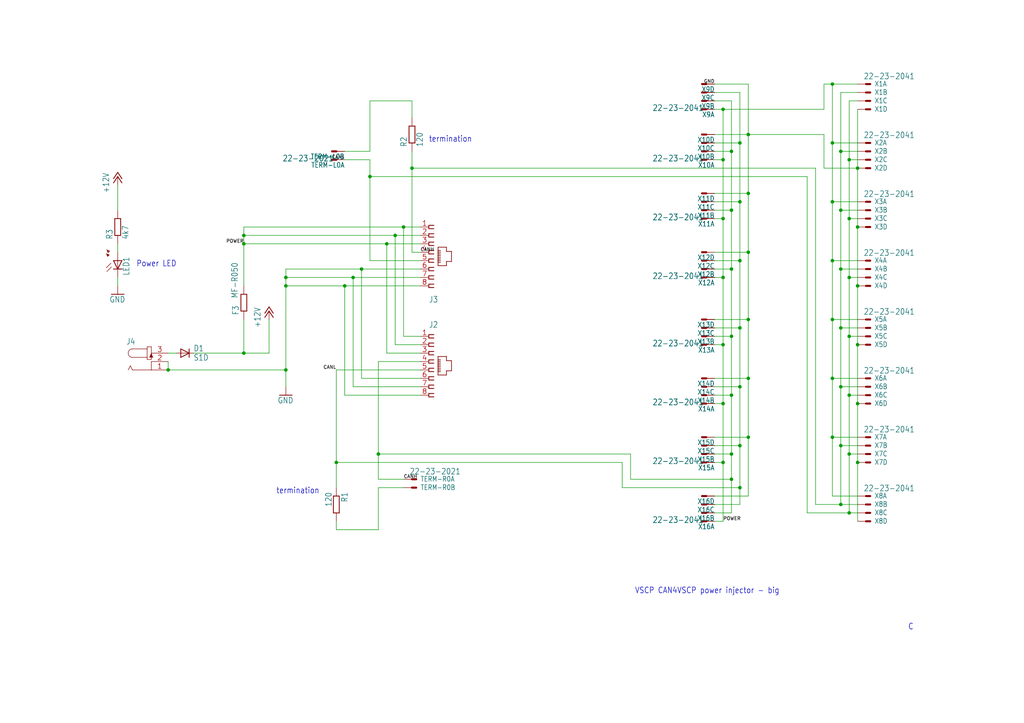
<source format=kicad_sch>
(kicad_sch (version 20250114) (generator "eeschema") (generator_version "9.0")
  (paper "User" 309.347 218.491)
  (lib_symbols
    (symbol "power_injector_rev_c-eagle-import:+12V" (power)
      (symbol "+12V_1_0"
        (polyline (pts (xy 0 1.27) (xy -1.27 -0.635)) (stroke (width 0.254)))
        (polyline (pts (xy 0 0) (xy -1.27 -1.905)) (stroke (width 0.254)))
        (polyline (pts (xy 1.27 -0.635) (xy 0 1.27)) (stroke (width 0.254)))
        (polyline (pts (xy 1.27 -1.905) (xy 0 0)) (stroke (width 0.254)))
        (pin power_in line (at 0 -2.54 90) (length 2.54) (name "+12V") (number "1"))
      )
    )
    (symbol "power_injector_rev_c-eagle-import:22-23-2021"
      (property "Reference" "X" (at 2.54 -0.762 0))
      (symbol "22-23-2021_1_0"
        (polyline (pts (xy 1.27 0) (xy 0 0)) (stroke (width 0.6096)))
        (pin passive line (at -2.54 0 0) (length 2.54) (name "S") (number "1"))
      )
      (symbol "22-23-2021_2_0"
        (polyline (pts (xy 1.27 0) (xy 0 0)) (stroke (width 0.6096)))
        (pin passive line (at -2.54 0 0) (length 2.54) (name "S") (number "2"))
      )
    )
    (symbol "power_injector_rev_c-eagle-import:22-23-2041"
      (property "Reference" "X" (at 2.54 -0.762 0))
      (symbol "22-23-2041_1_0"
        (polyline (pts (xy 1.27 0) (xy 0 0)) (stroke (width 0.6096)))
        (pin passive line (at -2.54 0 0) (length 2.54) (name "S") (number "1"))
      )
      (symbol "22-23-2041_2_0"
        (polyline (pts (xy 1.27 0) (xy 0 0)) (stroke (width 0.6096)))
        (pin passive line (at -2.54 0 0) (length 2.54) (name "S") (number "2"))
      )
      (symbol "22-23-2041_3_0"
        (polyline (pts (xy 1.27 0) (xy 0 0)) (stroke (width 0.6096)))
        (pin passive line (at -2.54 0 0) (length 2.54) (name "S") (number "3"))
      )
      (symbol "22-23-2041_4_0"
        (polyline (pts (xy 1.27 0) (xy 0 0)) (stroke (width 0.6096)))
        (pin passive line (at -2.54 0 0) (length 2.54) (name "S") (number "4"))
      )
    )
    (symbol "power_injector_rev_c-eagle-import:A00-108-220-450"
      (symbol "A00-108-220-450_1_0"
        (polyline (pts (xy 2.54 8.128) (xy 2.54 7.112)) (stroke (width 0.254)))
        (polyline (pts (xy 2.54 7.112) (xy 4.064 7.112)) (stroke (width 0.254)))
        (polyline (pts (xy 2.54 5.588) (xy 2.54 4.572)) (stroke (width 0.254)))
        (polyline (pts (xy 2.54 4.572) (xy 4.064 4.572)) (stroke (width 0.254)))
        (polyline (pts (xy 2.54 3.048) (xy 2.54 2.032)) (stroke (width 0.254)))
        (polyline (pts (xy 2.54 2.032) (xy 4.064 2.032)) (stroke (width 0.254)))
        (polyline (pts (xy 2.54 0.508) (xy 2.54 -0.508)) (stroke (width 0.254)))
        (polyline (pts (xy 2.54 -0.508) (xy 4.064 -0.508)) (stroke (width 0.254)))
        (polyline (pts (xy 2.54 -2.032) (xy 2.54 -3.048)) (stroke (width 0.254)))
        (polyline (pts (xy 2.54 -3.048) (xy 4.064 -3.048)) (stroke (width 0.254)))
        (polyline (pts (xy 2.54 -4.572) (xy 2.54 -5.588)) (stroke (width 0.254)))
        (polyline (pts (xy 2.54 -5.588) (xy 4.064 -5.588)) (stroke (width 0.254)))
        (polyline (pts (xy 2.54 -7.112) (xy 2.54 -8.128)) (stroke (width 0.254)))
        (polyline (pts (xy 2.54 -8.128) (xy 4.064 -8.128)) (stroke (width 0.254)))
        (polyline (pts (xy 2.54 -9.652) (xy 2.54 -10.668)) (stroke (width 0.254)))
        (polyline (pts (xy 2.54 -10.668) (xy 4.064 -10.668)) (stroke (width 0.254)))
        (polyline (pts (xy 4.064 8.128) (xy 2.54 8.128)) (stroke (width 0.254)))
        (polyline (pts (xy 4.064 5.588) (xy 2.54 5.588)) (stroke (width 0.254)))
        (polyline (pts (xy 4.064 3.048) (xy 2.54 3.048)) (stroke (width 0.254)))
        (polyline (pts (xy 4.064 0.508) (xy 2.54 0.508)) (stroke (width 0.254)))
        (polyline (pts (xy 4.064 -2.032) (xy 2.54 -2.032)) (stroke (width 0.254)))
        (polyline (pts (xy 4.064 -4.572) (xy 2.54 -4.572)) (stroke (width 0.254)))
        (polyline (pts (xy 4.064 -7.112) (xy 2.54 -7.112)) (stroke (width 0.254)))
        (polyline (pts (xy 4.064 -9.652) (xy 2.54 -9.652)) (stroke (width 0.254)))
        (polyline (pts (xy 5.334 1.524) (xy 5.334 0.508)) (stroke (width 0.1998)))
        (polyline (pts (xy 5.334 0.508) (xy 5.334 0)) (stroke (width 0.1998)))
        (polyline (pts (xy 5.334 0.508) (xy 6.096 0.508)) (stroke (width 0.1998)))
        (polyline (pts (xy 5.334 0) (xy 5.334 -0.508)) (stroke (width 0.1998)))
        (polyline (pts (xy 5.334 0) (xy 6.096 0)) (stroke (width 0.1998)))
        (polyline (pts (xy 5.334 -0.508) (xy 5.334 -1.016)) (stroke (width 0.1998)))
        (polyline (pts (xy 5.334 -0.508) (xy 6.096 -0.508)) (stroke (width 0.1998)))
        (polyline (pts (xy 5.334 -1.016) (xy 5.334 -1.524)) (stroke (width 0.1998)))
        (polyline (pts (xy 5.334 -1.016) (xy 6.096 -1.016)) (stroke (width 0.1998)))
        (polyline (pts (xy 5.334 -1.524) (xy 5.334 -2.032)) (stroke (width 0.1998)))
        (polyline (pts (xy 5.334 -1.524) (xy 6.096 -1.524)) (stroke (width 0.1998)))
        (polyline (pts (xy 5.334 -2.032) (xy 5.334 -2.54)) (stroke (width 0.1998)))
        (polyline (pts (xy 5.334 -2.032) (xy 6.096 -2.032)) (stroke (width 0.1998)))
        (polyline (pts (xy 5.334 -2.54) (xy 5.334 -3.048)) (stroke (width 0.1998)))
        (polyline (pts (xy 5.334 -2.54) (xy 6.096 -2.54)) (stroke (width 0.1998)))
        (polyline (pts (xy 5.334 -3.048) (xy 5.334 -4.064)) (stroke (width 0.1998)))
        (polyline (pts (xy 5.334 -3.048) (xy 6.096 -3.048)) (stroke (width 0.1998)))
        (polyline (pts (xy 5.334 -4.064) (xy 7.874 -4.064)) (stroke (width 0.1998)))
        (polyline (pts (xy 7.874 1.524) (xy 5.334 1.524)) (stroke (width 0.1998)))
        (polyline (pts (xy 7.874 0.254) (xy 7.874 1.524)) (stroke (width 0.1998)))
        (polyline (pts (xy 7.874 -2.794) (xy 9.398 -2.794)) (stroke (width 0.1998)))
        (polyline (pts (xy 7.874 -4.064) (xy 7.874 -2.794)) (stroke (width 0.1998)))
        (polyline (pts (xy 9.398 0.254) (xy 7.874 0.254)) (stroke (width 0.1998)))
        (polyline (pts (xy 9.398 -2.794) (xy 9.398 0.254)) (stroke (width 0.1998)))
        (pin passive line (at 0 7.62 0) (length 2.54) (name "1") (number "1"))
        (pin passive line (at 0 5.08 0) (length 2.54) (name "2") (number "2"))
        (pin passive line (at 0 2.54 0) (length 2.54) (name "3") (number "3"))
        (pin passive line (at 0 0 0) (length 2.54) (name "4") (number "4"))
        (pin passive line (at 0 -2.54 0) (length 2.54) (name "5") (number "5"))
        (pin passive line (at 0 -5.08 0) (length 2.54) (name "6") (number "6"))
        (pin passive line (at 0 -7.62 0) (length 2.54) (name "7") (number "7"))
        (pin passive line (at 0 -10.16 0) (length 2.54) (name "8") (number "8"))
      )
    )
    (symbol "power_injector_rev_c-eagle-import:DIODE-SMB"
      (property "Reference" "D" (at 2.54 0.4826 0))
      (symbol "DIODE-SMB_1_0"
        (polyline (pts (xy -1.27 1.27) (xy -1.27 -1.27)) (stroke (width 0.254)))
        (polyline (pts (xy -1.27 -1.27) (xy 1.27 0)) (stroke (width 0.254)))
        (polyline (pts (xy 1.27 1.27) (xy 1.27 0)) (stroke (width 0.254)))
        (polyline (pts (xy 1.27 0) (xy -1.27 1.27)) (stroke (width 0.254)))
        (polyline (pts (xy 1.27 0) (xy 1.27 -1.27)) (stroke (width 0.254)))
        (pin passive line (at -2.54 0 0) (length 2.54) (name "A") (number "A"))
        (pin passive line (at 2.54 0 180) (length 2.54) (name "C") (number "C"))
      )
    )
    (symbol "power_injector_rev_c-eagle-import:GND" (power)
      (symbol "GND_1_0"
        (polyline (pts (xy -1.905 0) (xy 1.905 0)) (stroke (width 0.254)))
        (pin power_in line (at 0 2.54 270) (length 2.54) (name "GND") (number "1"))
      )
    )
    (symbol "power_injector_rev_c-eagle-import:JACK-PLUG0"
      (property "Reference" "J" (at -7.62 5.08 0))
      (symbol "JACK-PLUG0_1_0"
        (polyline (pts (xy -6.35 -1.27) (xy -6.985 -2.54)) (stroke (width 0.1524)))
        (polyline (pts (xy -5.715 3.81) (xy -1.27 3.81)) (stroke (width 0.1524)))
        (arc (start -5.715 1.27) (mid -6.985 2.54) (end -5.715 3.81) (stroke (width 0.1524)))
        (polyline (pts (xy -5.715 -2.54) (xy -6.35 -1.27)) (stroke (width 0.1524)))
        (polyline (pts (xy -1.27 4.445) (xy -1.27 3.81)) (stroke (width 0.1524)))
        (polyline (pts (xy -1.27 3.81) (xy -1.27 1.27)) (stroke (width 0.1524)))
        (polyline (pts (xy -1.27 1.27) (xy -5.715 1.27)) (stroke (width 0.1524)))
        (polyline (pts (xy -1.27 1.27) (xy -1.27 0.635)) (stroke (width 0.1524)))
        (polyline (pts (xy -1.27 0.635) (xy 0 0.635)) (stroke (width 0.1524)))
        (polyline (pts (xy 0 4.445) (xy -1.27 4.445)) (stroke (width 0.1524)))
        (polyline (pts (xy 0 2.54) (xy -0.508 1.27) (xy 0.508 1.27)) (stroke (width 0.1524)) (fill (type outline)))
        (polyline (pts (xy 0 0.635) (xy 0 4.445)) (stroke (width 0.1524)))
        (polyline (pts (xy 0 0) (xy 0 -2.54)) (stroke (width 0.1524)))
        (polyline (pts (xy 0 -2.54) (xy -5.715 -2.54)) (stroke (width 0.1524)))
        (pin passive line (at 5.08 2.54 180) (length 5.08) (name "3") (number "3"))
        (pin passive line (at 5.08 0 180) (length 5.08) (name "2") (number "2"))
        (pin passive line (at 5.08 -2.54 180) (length 5.08) (name "1") (number "1"))
      )
    )
    (symbol "power_injector_rev_c-eagle-import:LEDCHIP-LED0805"
      (property "Reference" "LED" (at 3.556 -4.572 90))
      (symbol "LEDCHIP-LED0805_1_0"
        (polyline (pts (xy -3.429 2.159) (xy -3.048 1.27) (xy -2.54 1.778)) (stroke (width 0.1524)) (fill (type outline)))
        (polyline (pts (xy -3.302 3.302) (xy -2.921 2.413) (xy -2.413 2.921)) (stroke (width 0.1524)) (fill (type outline)))
        (polyline (pts (xy -2.032 -0.762) (xy -3.429 -2.159)) (stroke (width 0.1524)))
        (polyline (pts (xy -1.905 -1.905) (xy -3.302 -3.302)) (stroke (width 0.1524)))
        (polyline (pts (xy 0 0) (xy -1.27 0)) (stroke (width 0.254)))
        (polyline (pts (xy 0 0) (xy 0 -2.54)) (stroke (width 0.1524)))
        (polyline (pts (xy 0 -2.54) (xy -1.27 0)) (stroke (width 0.254)))
        (polyline (pts (xy 0 -2.54) (xy -1.27 -2.54)) (stroke (width 0.254)))
        (polyline (pts (xy 1.27 0) (xy 0 0)) (stroke (width 0.254)))
        (polyline (pts (xy 1.27 0) (xy 0 -2.54)) (stroke (width 0.254)))
        (polyline (pts (xy 1.27 -2.54) (xy 0 -2.54)) (stroke (width 0.254)))
        (pin passive line (at 0 2.54 270) (length 2.54) (name "A") (number "A"))
        (pin passive line (at 0 -5.08 90) (length 2.54) (name "C") (number "C"))
      )
    )
    (symbol "power_injector_rev_c-eagle-import:R-EU_0204/5"
      (property "Reference" "R" (at -3.81 1.4986 0))
      (symbol "R-EU_0204/5_1_0"
        (polyline (pts (xy -2.54 -0.889) (xy -2.54 0.889)) (stroke (width 0.254)))
        (polyline (pts (xy -2.54 -0.889) (xy 2.54 -0.889)) (stroke (width 0.254)))
        (polyline (pts (xy 2.54 0.889) (xy -2.54 0.889)) (stroke (width 0.254)))
        (polyline (pts (xy 2.54 -0.889) (xy 2.54 0.889)) (stroke (width 0.254)))
        (pin passive line (at -5.08 0 0) (length 2.54) (name "1") (number "1"))
        (pin passive line (at 5.08 0 180) (length 2.54) (name "2") (number "2"))
      )
    )
    (symbol "power_injector_rev_c-eagle-import:R-EU_R0805"
      (property "Reference" "R" (at -3.81 1.4986 0))
      (symbol "R-EU_R0805_1_0"
        (polyline (pts (xy -2.54 -0.889) (xy -2.54 0.889)) (stroke (width 0.254)))
        (polyline (pts (xy -2.54 -0.889) (xy 2.54 -0.889)) (stroke (width 0.254)))
        (polyline (pts (xy 2.54 0.889) (xy -2.54 0.889)) (stroke (width 0.254)))
        (polyline (pts (xy 2.54 -0.889) (xy 2.54 0.889)) (stroke (width 0.254)))
        (pin passive line (at -5.08 0 0) (length 2.54) (name "1") (number "1"))
        (pin passive line (at 5.08 0 180) (length 2.54) (name "2") (number "2"))
      )
    )
  )
  (text "termination" (at 96.52 147.32 0) (effects (font (size 1.778 1.5113)) (justify right top)))
  (text "termination" (at 129.54 43.18 0) (effects (font (size 1.778 1.5113)) (justify left bottom)))
  (text "VSCP CAN4VSCP power injector - big" (at 191.77 179.578 0) (effects (font (size 1.778 1.5113)) (justify left bottom)))
  (text "C" (at 274.32 190.5 0) (effects (font (size 1.778 1.5113)) (justify left bottom)))
  (text "Power LED" (at 53.34 78.74 0) (effects (font (size 1.778 1.5113)) (justify right top)))
  (junction (at 223.52 134.62))
  (junction (at 220.98 45.72))
  (junction (at 218.44 121.92))
  (junction (at 73.66 73.66))
  (junction (at 251.46 60.96))
  (junction (at 220.98 101.6))
  (junction (at 218.44 139.7))
  (junction (at 101.6 139.7))
  (junction (at 259.08 68.58))
  (junction (at 251.46 25.4))
  (junction (at 223.52 78.74))
  (junction (at 220.98 63.5))
  (junction (at 220.98 81.28))
  (junction (at 226.06 58.42))
  (junction (at 50.8 111.76))
  (junction (at 251.46 78.74))
  (junction (at 256.54 83.82))
  (junction (at 254 134.62))
  (junction (at 104.14 86.36))
  (junction (at 226.06 132.08))
  (junction (at 223.52 99.06))
  (junction (at 218.44 33.02))
  (junction (at 256.54 119.38))
  (junction (at 220.98 144.78))
  (junction (at 226.06 114.3))
  (junction (at 259.08 86.36))
  (junction (at 254 63.5))
  (junction (at 259.08 50.8))
  (junction (at 254 81.28))
  (junction (at 251.46 114.3))
  (junction (at 220.98 137.16))
  (junction (at 121.92 68.58))
  (junction (at 119.38 71.12))
  (junction (at 86.36 86.36))
  (junction (at 86.36 83.82))
  (junction (at 254 152.4))
  (junction (at 114.3 137.16))
  (junction (at 254 45.72))
  (junction (at 259.08 139.7))
  (junction (at 254 116.84))
  (junction (at 106.68 83.82))
  (junction (at 251.46 132.08))
  (junction (at 73.66 106.68))
  (junction (at 256.54 48.26))
  (junction (at 226.06 96.52))
  (junction (at 256.54 66.04))
  (junction (at 259.08 121.92))
  (junction (at 226.06 40.64))
  (junction (at 86.36 111.76))
  (junction (at 251.46 96.52))
  (junction (at 220.98 119.38))
  (junction (at 256.54 101.6))
  (junction (at 218.44 48.26))
  (junction (at 223.52 43.18))
  (junction (at 223.52 60.96))
  (junction (at 109.22 81.28))
  (junction (at 218.44 104.14))
  (junction (at 256.54 137.16))
  (junction (at 73.66 71.12))
  (junction (at 218.44 66.04))
  (junction (at 223.52 147.32))
  (junction (at 223.52 116.84))
  (junction (at 256.54 154.94))
  (junction (at 124.46 50.8))
  (junction (at 251.46 43.18))
  (junction (at 259.08 104.14))
  (junction (at 111.76 53.34))
  (junction (at 116.84 73.66))
  (junction (at 226.06 76.2))
  (junction (at 218.44 83.82))
  (junction (at 254 99.06))
  (wire (pts (xy 256.54 137.16) (xy 256.54 154.94)) (stroke (width 0.1524)))
  (wire (pts (xy 259.08 50.8) (xy 259.08 33.02)) (stroke (width 0.1524)))
  (wire (pts (xy 259.08 121.92) (xy 259.08 104.14)) (stroke (width 0.1524)))
  (wire (pts (xy 254 63.5) (xy 259.08 63.5)) (stroke (width 0.1524)))
  (wire (pts (xy 226.06 149.86) (xy 215.9 149.86)) (stroke (width 0.1524)))
  (wire (pts (xy 259.08 157.48) (xy 259.08 139.7)) (stroke (width 0.1524)))
  (wire (pts (xy 215.9 43.18) (xy 223.52 43.18)) (stroke (width 0.1524)))
  (wire (pts (xy 218.44 33.02) (xy 215.9 33.02)) (stroke (width 0.1524)))
  (wire (pts (xy 86.36 81.28) (xy 109.22 81.28)) (stroke (width 0.1524)))
  (wire (pts (xy 246.38 50.8) (xy 246.38 152.4)) (stroke (width 0.1524)))
  (wire (pts (xy 251.46 78.74) (xy 251.46 96.52)) (stroke (width 0.1524)))
  (wire (pts (xy 104.14 45.72) (xy 111.76 45.72)) (stroke (width 0.1524)))
  (wire (pts (xy 254 27.94) (xy 259.08 27.94)) (stroke (width 0.1524)))
  (wire (pts (xy 218.44 157.48) (xy 215.9 157.48)) (stroke (width 0.1524)))
  (wire (pts (xy 215.9 30.48) (xy 220.98 30.48)) (stroke (width 0.1524)))
  (wire (pts (xy 101.6 157.48) (xy 101.6 160.02)) (stroke (width 0.1524)))
  (wire (pts (xy 121.92 147.32) (xy 114.3 147.32)) (stroke (width 0.1524)))
  (wire (pts (xy 259.08 139.7) (xy 259.08 121.92)) (stroke (width 0.1524)))
  (wire (pts (xy 187.96 139.7) (xy 187.96 147.32)) (stroke (width 0.1524)))
  (wire (pts (xy 226.06 76.2) (xy 226.06 96.52)) (stroke (width 0.1524)))
  (wire (pts (xy 35.56 83.82) (xy 35.56 86.36)) (stroke (width 0.1524)))
  (wire (pts (xy 220.98 63.5) (xy 220.98 81.28)) (stroke (width 0.1524)))
  (wire (pts (xy 215.9 45.72) (xy 220.98 45.72)) (stroke (width 0.1524)))
  (wire (pts (xy 124.46 30.48) (xy 111.76 30.48)) (stroke (width 0.1524)))
  (wire (pts (xy 124.46 50.8) (xy 246.38 50.8)) (stroke (width 0.1524)))
  (wire (pts (xy 215.9 101.6) (xy 220.98 101.6)) (stroke (width 0.1524)))
  (wire (pts (xy 251.46 60.96) (xy 251.46 78.74)) (stroke (width 0.1524)))
  (wire (pts (xy 215.9 27.94) (xy 223.52 27.94)) (stroke (width 0.1524)))
  (wire (pts (xy 190.5 144.78) (xy 220.98 144.78)) (stroke (width 0.1524)))
  (wire (pts (xy 246.38 152.4) (xy 254 152.4)) (stroke (width 0.1524)))
  (wire (pts (xy 127 76.2) (xy 124.46 76.2)) (stroke (width 0.1524)))
  (wire (pts (xy 248.92 25.4) (xy 251.46 25.4)) (stroke (width 0.1524)))
  (wire (pts (xy 226.06 96.52) (xy 226.06 114.3)) (stroke (width 0.1524)))
  (wire (pts (xy 218.44 121.92) (xy 218.44 104.14)) (stroke (width 0.1524)))
  (wire (pts (xy 251.46 96.52) (xy 259.08 96.52)) (stroke (width 0.1524)))
  (wire (pts (xy 226.06 40.64) (xy 226.06 58.42)) (stroke (width 0.1524)))
  (wire (pts (xy 73.66 68.58) (xy 121.92 68.58)) (stroke (width 0.1524)))
  (wire (pts (xy 124.46 45.72) (xy 124.46 50.8)) (stroke (width 0.1524)))
  (wire (pts (xy 119.38 71.12) (xy 127 71.12)) (stroke (width 0.1524)))
  (wire (pts (xy 223.52 60.96) (xy 223.52 78.74)) (stroke (width 0.1524)))
  (wire (pts (xy 254 45.72) (xy 254 27.94)) (stroke (width 0.1524)))
  (wire (pts (xy 119.38 71.12) (xy 119.38 104.14)) (stroke (width 0.1524)))
  (wire (pts (xy 223.52 27.94) (xy 223.52 43.18)) (stroke (width 0.1524)))
  (wire (pts (xy 251.46 43.18) (xy 259.08 43.18)) (stroke (width 0.1524)))
  (wire (pts (xy 218.44 48.26) (xy 218.44 33.02)) (stroke (width 0.1524)))
  (wire (pts (xy 215.9 134.62) (xy 223.52 134.62)) (stroke (width 0.1524)))
  (wire (pts (xy 73.66 71.12) (xy 73.66 68.58)) (stroke (width 0.1524)))
  (wire (pts (xy 86.36 111.76) (xy 86.36 116.84)) (stroke (width 0.1524)))
  (wire (pts (xy 226.06 132.08) (xy 226.06 149.86)) (stroke (width 0.1524)))
  (wire (pts (xy 35.56 76.2) (xy 35.56 73.66)) (stroke (width 0.1524)))
  (wire (pts (xy 251.46 149.86) (xy 259.08 149.86)) (stroke (width 0.1524)))
  (wire (pts (xy 251.46 25.4) (xy 251.46 43.18)) (stroke (width 0.1524)))
  (wire (pts (xy 254 134.62) (xy 259.08 134.62)) (stroke (width 0.1524)))
  (wire (pts (xy 226.06 25.4) (xy 226.06 40.64)) (stroke (width 0.1524)))
  (wire (pts (xy 254 45.72) (xy 259.08 45.72)) (stroke (width 0.1524)))
  (wire (pts (xy 215.9 99.06) (xy 223.52 99.06)) (stroke (width 0.1524)))
  (wire (pts (xy 101.6 160.02) (xy 114.3 160.02)) (stroke (width 0.1524)))
  (wire (pts (xy 50.8 106.68) (xy 53.34 106.68)) (stroke (width 0.1524)))
  (wire (pts (xy 223.52 152.4) (xy 215.9 152.4)) (stroke (width 0.1524)))
  (wire (pts (xy 220.98 154.94) (xy 215.9 154.94)) (stroke (width 0.1524)))
  (wire (pts (xy 215.9 78.74) (xy 223.52 78.74)) (stroke (width 0.1524)))
  (wire (pts (xy 104.14 86.36) (xy 104.14 119.38)) (stroke (width 0.1524)))
  (wire (pts (xy 248.92 50.8) (xy 259.08 50.8)) (stroke (width 0.1524)))
  (wire (pts (xy 226.06 40.64) (xy 248.92 40.64)) (stroke (width 0.1524)))
  (wire (pts (xy 215.9 132.08) (xy 226.06 132.08)) (stroke (width 0.1524)))
  (wire (pts (xy 116.84 73.66) (xy 116.84 106.68)) (stroke (width 0.1524)))
  (wire (pts (xy 215.9 58.42) (xy 226.06 58.42)) (stroke (width 0.1524)))
  (wire (pts (xy 259.08 104.14) (xy 259.08 86.36)) (stroke (width 0.1524)))
  (wire (pts (xy 254 99.06) (xy 254 81.28)) (stroke (width 0.1524)))
  (wire (pts (xy 256.54 119.38) (xy 256.54 137.16)) (stroke (width 0.1524)))
  (wire (pts (xy 256.54 83.82) (xy 256.54 101.6)) (stroke (width 0.1524)))
  (wire (pts (xy 254 63.5) (xy 254 45.72)) (stroke (width 0.1524)))
  (wire (pts (xy 114.3 109.22) (xy 127 109.22)) (stroke (width 0.1524)))
  (wire (pts (xy 127 78.74) (xy 111.76 78.74)) (stroke (width 0.1524)))
  (wire (pts (xy 226.06 114.3) (xy 226.06 132.08)) (stroke (width 0.1524)))
  (wire (pts (xy 215.9 48.26) (xy 218.44 48.26)) (stroke (width 0.1524)))
  (wire (pts (xy 223.52 134.62) (xy 223.52 147.32)) (stroke (width 0.1524)))
  (wire (pts (xy 218.44 139.7) (xy 218.44 121.92)) (stroke (width 0.1524)))
  (wire (pts (xy 223.52 43.18) (xy 223.52 60.96)) (stroke (width 0.1524)))
  (wire (pts (xy 254 99.06) (xy 259.08 99.06)) (stroke (width 0.1524)))
  (wire (pts (xy 251.46 43.18) (xy 251.46 60.96)) (stroke (width 0.1524)))
  (wire (pts (xy 254 134.62) (xy 254 116.84)) (stroke (width 0.1524)))
  (wire (pts (xy 218.44 83.82) (xy 218.44 66.04)) (stroke (width 0.1524)))
  (wire (pts (xy 101.6 111.76) (xy 127 111.76)) (stroke (width 0.1524)))
  (wire (pts (xy 114.3 147.32) (xy 114.3 160.02)) (stroke (width 0.1524)))
  (wire (pts (xy 111.76 78.74) (xy 111.76 53.34)) (stroke (width 0.1524)))
  (wire (pts (xy 259.08 152.4) (xy 254 152.4)) (stroke (width 0.1524)))
  (wire (pts (xy 215.9 76.2) (xy 226.06 76.2)) (stroke (width 0.1524)))
  (wire (pts (xy 101.6 147.32) (xy 101.6 139.7)) (stroke (width 0.1524)))
  (wire (pts (xy 121.92 68.58) (xy 127 68.58)) (stroke (width 0.1524)))
  (wire (pts (xy 256.54 154.94) (xy 259.08 154.94)) (stroke (width 0.1524)))
  (wire (pts (xy 73.66 71.12) (xy 119.38 71.12)) (stroke (width 0.1524)))
  (wire (pts (xy 215.9 114.3) (xy 226.06 114.3)) (stroke (width 0.1524)))
  (wire (pts (xy 248.92 40.64) (xy 248.92 50.8)) (stroke (width 0.1524)))
  (wire (pts (xy 127 101.6) (xy 121.92 101.6)) (stroke (width 0.1524)))
  (wire (pts (xy 256.54 48.26) (xy 256.54 66.04)) (stroke (width 0.1524)))
  (wire (pts (xy 254 116.84) (xy 259.08 116.84)) (stroke (width 0.1524)))
  (wire (pts (xy 215.9 81.28) (xy 220.98 81.28)) (stroke (width 0.1524)))
  (wire (pts (xy 251.46 114.3) (xy 251.46 132.08)) (stroke (width 0.1524)))
  (wire (pts (xy 256.54 101.6) (xy 256.54 119.38)) (stroke (width 0.1524)))
  (wire (pts (xy 251.46 78.74) (xy 259.08 78.74)) (stroke (width 0.1524)))
  (wire (pts (xy 215.9 60.96) (xy 223.52 60.96)) (stroke (width 0.1524)))
  (wire (pts (xy 248.92 33.02) (xy 248.92 25.4)) (stroke (width 0.1524)))
  (wire (pts (xy 121.92 101.6) (xy 121.92 68.58)) (stroke (width 0.1524)))
  (wire (pts (xy 215.9 137.16) (xy 220.98 137.16)) (stroke (width 0.1524)))
  (wire (pts (xy 111.76 48.26) (xy 111.76 53.34)) (stroke (width 0.1524)))
  (wire (pts (xy 187.96 147.32) (xy 223.52 147.32)) (stroke (width 0.1524)))
  (wire (pts (xy 116.84 106.68) (xy 127 106.68)) (stroke (width 0.1524)))
  (wire (pts (xy 251.46 60.96) (xy 259.08 60.96)) (stroke (width 0.1524)))
  (wire (pts (xy 251.46 132.08) (xy 259.08 132.08)) (stroke (width 0.1524)))
  (wire (pts (xy 218.44 104.14) (xy 218.44 83.82)) (stroke (width 0.1524)))
  (wire (pts (xy 223.52 147.32) (xy 223.52 152.4)) (stroke (width 0.1524)))
  (wire (pts (xy 116.84 73.66) (xy 127 73.66)) (stroke (width 0.1524)))
  (wire (pts (xy 215.9 121.92) (xy 218.44 121.92)) (stroke (width 0.1524)))
  (wire (pts (xy 104.14 119.38) (xy 127 119.38)) (stroke (width 0.1524)))
  (wire (pts (xy 223.52 99.06) (xy 223.52 116.84)) (stroke (width 0.1524)))
  (wire (pts (xy 101.6 139.7) (xy 187.96 139.7)) (stroke (width 0.1524)))
  (wire (pts (xy 226.06 58.42) (xy 226.06 76.2)) (stroke (width 0.1524)))
  (wire (pts (xy 58.42 106.68) (xy 73.66 106.68)) (stroke (width 0.1524)))
  (wire (pts (xy 215.9 40.64) (xy 226.06 40.64)) (stroke (width 0.1524)))
  (wire (pts (xy 259.08 30.48) (xy 256.54 30.48)) (stroke (width 0.1524)))
  (wire (pts (xy 104.14 48.26) (xy 111.76 48.26)) (stroke (width 0.1524)))
  (wire (pts (xy 223.52 78.74) (xy 223.52 99.06)) (stroke (width 0.1524)))
  (wire (pts (xy 254 81.28) (xy 254 63.5)) (stroke (width 0.1524)))
  (wire (pts (xy 35.56 55.88) (xy 35.56 63.5)) (stroke (width 0.1524)))
  (wire (pts (xy 215.9 63.5) (xy 220.98 63.5)) (stroke (width 0.1524)))
  (wire (pts (xy 218.44 33.02) (xy 248.92 33.02)) (stroke (width 0.1524)))
  (wire (pts (xy 220.98 30.48) (xy 220.98 45.72)) (stroke (width 0.1524)))
  (wire (pts (xy 259.08 68.58) (xy 259.08 50.8)) (stroke (width 0.1524)))
  (wire (pts (xy 119.38 104.14) (xy 127 104.14)) (stroke (width 0.1524)))
  (wire (pts (xy 86.36 86.36) (xy 104.14 86.36)) (stroke (width 0.1524)))
  (wire (pts (xy 81.28 106.68) (xy 81.28 96.52)) (stroke (width 0.1524)))
  (wire (pts (xy 121.92 144.78) (xy 114.3 144.78)) (stroke (width 0.1524)))
  (wire (pts (xy 73.66 96.52) (xy 73.66 106.68)) (stroke (width 0.1524)))
  (wire (pts (xy 106.68 83.82) (xy 106.68 116.84)) (stroke (width 0.1524)))
  (wire (pts (xy 73.66 86.36) (xy 73.66 73.66)) (stroke (width 0.1524)))
  (wire (pts (xy 109.22 81.28) (xy 109.22 114.3)) (stroke (width 0.1524)))
  (wire (pts (xy 114.3 144.78) (xy 114.3 137.16)) (stroke (width 0.1524)))
  (wire (pts (xy 243.84 154.94) (xy 243.84 53.34)) (stroke (width 0.1524)))
  (wire (pts (xy 259.08 25.4) (xy 251.46 25.4)) (stroke (width 0.1524)))
  (wire (pts (xy 254 116.84) (xy 254 99.06)) (stroke (width 0.1524)))
  (wire (pts (xy 251.46 96.52) (xy 251.46 114.3)) (stroke (width 0.1524)))
  (wire (pts (xy 256.54 83.82) (xy 259.08 83.82)) (stroke (width 0.1524)))
  (wire (pts (xy 251.46 114.3) (xy 259.08 114.3)) (stroke (width 0.1524)))
  (wire (pts (xy 220.98 137.16) (xy 220.98 144.78)) (stroke (width 0.1524)))
  (wire (pts (xy 218.44 157.48) (xy 218.44 139.7)) (stroke (width 0.1524)))
  (wire (pts (xy 220.98 45.72) (xy 220.98 63.5)) (stroke (width 0.1524)))
  (wire (pts (xy 259.08 86.36) (xy 259.08 68.58)) (stroke (width 0.1524)))
  (wire (pts (xy 73.66 73.66) (xy 116.84 73.66)) (stroke (width 0.1524)))
  (wire (pts (xy 256.54 30.48) (xy 256.54 48.26)) (stroke (width 0.1524)))
  (wire (pts (xy 109.22 114.3) (xy 127 114.3)) (stroke (width 0.1524)))
  (wire (pts (xy 86.36 86.36) (xy 86.36 83.82)) (stroke (width 0.1524)))
  (wire (pts (xy 114.3 137.16) (xy 114.3 109.22)) (stroke (width 0.1524)))
  (wire (pts (xy 215.9 96.52) (xy 226.06 96.52)) (stroke (width 0.1524)))
  (wire (pts (xy 243.84 53.34) (xy 111.76 53.34)) (stroke (width 0.1524)))
  (wire (pts (xy 256.54 48.26) (xy 259.08 48.26)) (stroke (width 0.1524)))
  (wire (pts (xy 254 152.4) (xy 254 134.62)) (stroke (width 0.1524)))
  (wire (pts (xy 86.36 83.82) (xy 106.68 83.82)) (stroke (width 0.1524)))
  (wire (pts (xy 111.76 45.72) (xy 111.76 30.48)) (stroke (width 0.1524)))
  (wire (pts (xy 109.22 81.28) (xy 127 81.28)) (stroke (width 0.1524)))
  (wire (pts (xy 215.9 83.82) (xy 218.44 83.82)) (stroke (width 0.1524)))
  (wire (pts (xy 256.54 66.04) (xy 259.08 66.04)) (stroke (width 0.1524)))
  (wire (pts (xy 256.54 154.94) (xy 243.84 154.94)) (stroke (width 0.1524)))
  (wire (pts (xy 73.66 106.68) (xy 81.28 106.68)) (stroke (width 0.1524)))
  (wire (pts (xy 190.5 137.16) (xy 190.5 144.78)) (stroke (width 0.1524)))
  (wire (pts (xy 256.54 101.6) (xy 259.08 101.6)) (stroke (width 0.1524)))
  (wire (pts (xy 215.9 25.4) (xy 226.06 25.4)) (stroke (width 0.1524)))
  (wire (pts (xy 256.54 137.16) (xy 259.08 137.16)) (stroke (width 0.1524)))
  (wire (pts (xy 215.9 66.04) (xy 218.44 66.04)) (stroke (width 0.1524)))
  (wire (pts (xy 251.46 132.08) (xy 251.46 149.86)) (stroke (width 0.1524)))
  (wire (pts (xy 220.98 81.28) (xy 220.98 101.6)) (stroke (width 0.1524)))
  (wire (pts (xy 254 81.28) (xy 259.08 81.28)) (stroke (width 0.1524)))
  (wire (pts (xy 218.44 66.04) (xy 218.44 48.26)) (stroke (width 0.1524)))
  (wire (pts (xy 220.98 144.78) (xy 220.98 154.94)) (stroke (width 0.1524)))
  (wire (pts (xy 86.36 111.76) (xy 86.36 86.36)) (stroke (width 0.1524)))
  (wire (pts (xy 220.98 101.6) (xy 220.98 119.38)) (stroke (width 0.1524)))
  (wire (pts (xy 124.46 50.8) (xy 124.46 76.2)) (stroke (width 0.1524)))
  (wire (pts (xy 114.3 137.16) (xy 190.5 137.16)) (stroke (width 0.1524)))
  (wire (pts (xy 256.54 119.38) (xy 259.08 119.38)) (stroke (width 0.1524)))
  (wire (pts (xy 220.98 119.38) (xy 220.98 137.16)) (stroke (width 0.1524)))
  (wire (pts (xy 215.9 116.84) (xy 223.52 116.84)) (stroke (width 0.1524)))
  (wire (pts (xy 106.68 83.82) (xy 127 83.82)) (stroke (width 0.1524)))
  (wire (pts (xy 50.8 111.76) (xy 86.36 111.76)) (stroke (width 0.1524)))
  (wire (pts (xy 73.66 73.66) (xy 73.66 71.12)) (stroke (width 0.1524)))
  (wire (pts (xy 104.14 86.36) (xy 127 86.36)) (stroke (width 0.1524)))
  (wire (pts (xy 101.6 139.7) (xy 101.6 111.76)) (stroke (width 0.1524)))
  (wire (pts (xy 215.9 139.7) (xy 218.44 139.7)) (stroke (width 0.1524)))
  (wire (pts (xy 215.9 104.14) (xy 218.44 104.14)) (stroke (width 0.1524)))
  (wire (pts (xy 124.46 35.56) (xy 124.46 30.48)) (stroke (width 0.1524)))
  (wire (pts (xy 215.9 119.38) (xy 220.98 119.38)) (stroke (width 0.1524)))
  (wire (pts (xy 50.8 109.22) (xy 50.8 111.76)) (stroke (width 0.1524)))
  (wire (pts (xy 106.68 116.84) (xy 127 116.84)) (stroke (width 0.1524)))
  (wire (pts (xy 86.36 83.82) (xy 86.36 81.28)) (stroke (width 0.1524)))
  (wire (pts (xy 223.52 116.84) (xy 223.52 134.62)) (stroke (width 0.1524)))
  (wire (pts (xy 256.54 66.04) (xy 256.54 83.82)) (stroke (width 0.1524)))
  (label "CANL" (at 104.14 48.26 180) (effects (font (size 1.016 1.016))))
  (label "CANH" (at 121.92 144.78 0) (effects (font (size 1.016 1.016))))
  (label "GND" (at 215.9 25.4 180) (effects (font (size 1.016 1.016))))
  (label "CANH" (at 127 76.2 0) (effects (font (size 1.016 1.016))))
  (label "POWER" (at 73.66 73.66 180) (effects (font (size 1.016 1.016))))
  (label "POWER" (at 218.44 157.48 0) (effects (font (size 1.016 1.016))))
  (label "CANL" (at 101.6 111.76 180) (effects (font (size 1.016 1.016))))
  (symbol (lib_id "power_injector_rev_c-eagle-import:22-23-2021") (at 101.6 45.72 180) (unit 2)
    (property "Reference" "TERM-L0" (at 104.14 46.482 0) (effects (font (size 1.524 1.2954)) (justify left bottom)))
    (property "Value" "22-23-2021" (effects (hide yes)))
    (property "Footprint" "power_injector_rev_c:22-23-2021" (effects (hide yes)))
  )
  (symbol (lib_id "power_injector_rev_c-eagle-import:22-23-2041") (at 261.62 121.92 0) (unit 4)
    (property "Reference" "X6" (at 264.16 122.682 0) (effects (font (size 1.524 1.2954)) (justify left bottom)))
    (property "Value" "22-23-2041" (effects (hide yes)))
    (property "Footprint" "power_injector_rev_c:22-23-2041" (effects (hide yes)))
  )
  (symbol (lib_id "power_injector_rev_c-eagle-import:22-23-2041") (at 213.36 40.64 180) (unit 4)
    (property "Reference" "X10" (at 215.9 41.402 0) (effects (font (size 1.524 1.2954)) (justify left bottom)))
    (property "Value" "22-23-2041" (effects (hide yes)))
    (property "Footprint" "power_injector_rev_c:22-23-2041" (effects (hide yes)))
  )
  (symbol (lib_id "power_injector_rev_c-eagle-import:22-23-2041") (at 213.36 27.94 180) (unit 3)
    (property "Reference" "X9" (at 215.9 28.702 0) (effects (font (size 1.524 1.2954)) (justify left bottom)))
    (property "Value" "22-23-2041" (effects (hide yes)))
    (property "Footprint" "power_injector_rev_c:22-23-2041" (effects (hide yes)))
  )
  (symbol (lib_id "power_injector_rev_c-eagle-import:22-23-2041") (at 261.62 50.8 0) (unit 4)
    (property "Reference" "X2" (at 264.16 51.562 0) (effects (font (size 1.524 1.2954)) (justify left bottom)))
    (property "Value" "22-23-2041" (effects (hide yes)))
    (property "Footprint" "power_injector_rev_c:22-23-2041" (effects (hide yes)))
  )
  (symbol (lib_id "power_injector_rev_c-eagle-import:22-23-2041") (at 213.36 30.48 180) (unit 2)
    (property "Reference" "X9" (at 215.9 31.242 0) (effects (font (size 1.524 1.2954)) (justify left bottom)))
    (property "Value" "22-23-2041" (effects (hide yes)))
    (property "Footprint" "power_injector_rev_c:22-23-2041" (effects (hide yes)))
  )
  (symbol (lib_id "power_injector_rev_c-eagle-import:22-23-2041") (at 261.62 63.5 0) (unit 2)
    (property "Reference" "X3" (at 264.16 64.262 0) (effects (font (size 1.524 1.2954)) (justify left bottom)))
    (property "Value" "22-23-2041" (effects (hide yes)))
    (property "Footprint" "power_injector_rev_c:22-23-2041" (effects (hide yes)))
  )
  (symbol (lib_id "power_injector_rev_c-eagle-import:22-23-2041") (at 261.62 139.7 0) (unit 4)
    (property "Reference" "X7" (at 264.16 140.462 0) (effects (font (size 1.524 1.2954)) (justify left bottom)))
    (property "Value" "22-23-2041" (effects (hide yes)))
    (property "Footprint" "power_injector_rev_c:22-23-2041" (effects (hide yes)))
  )
  (symbol (lib_id "power_injector_rev_c-eagle-import:22-23-2041") (at 213.36 101.6 180) (unit 2)
    (property "Reference" "X13" (at 215.9 102.362 0) (effects (font (size 1.524 1.2954)) (justify left bottom)))
    (property "Value" "22-23-2041" (effects (hide yes)))
    (property "Footprint" "power_injector_rev_c:22-23-2041" (effects (hide yes)))
  )
  (symbol (lib_id "power_injector_rev_c-eagle-import:22-23-2041") (at 261.62 43.18 0) (unit 1)
    (property "Reference" "X2" (at 264.16 43.942 0) (effects (font (size 1.524 1.2954)) (justify left bottom)))
    (property "Value" "22-23-2041" (at 260.858 41.783 0) (effects (font (size 1.778 1.5113)) (justify left bottom)))
    (property "Footprint" "power_injector_rev_c:22-23-2041" (effects (hide yes)))
  )
  (symbol (lib_id "power_injector_rev_c-eagle-import:22-23-2041") (at 261.62 101.6 0) (unit 3)
    (property "Reference" "X5" (at 264.16 102.362 0) (effects (font (size 1.524 1.2954)) (justify left bottom)))
    (property "Value" "22-23-2041" (effects (hide yes)))
    (property "Footprint" "power_injector_rev_c:22-23-2041" (effects (hide yes)))
  )
  (symbol (lib_id "power_injector_rev_c-eagle-import:22-23-2041") (at 261.62 78.74 0) (unit 1)
    (property "Reference" "X4" (at 264.16 79.502 0) (effects (font (size 1.524 1.2954)) (justify left bottom)))
    (property "Value" "22-23-2041" (at 260.858 77.343 0) (effects (font (size 1.778 1.5113)) (justify left bottom)))
    (property "Footprint" "power_injector_rev_c:22-23-2041" (effects (hide yes)))
  )
  (symbol (lib_id "power_injector_rev_c-eagle-import:22-23-2041") (at 213.36 48.26 180) (unit 1)
    (property "Reference" "X10" (at 215.9 49.022 0) (effects (font (size 1.524 1.2954)) (justify left bottom)))
    (property "Value" "22-23-2041" (at 212.598 46.863 0) (effects (font (size 1.778 1.5113)) (justify left bottom)))
    (property "Footprint" "power_injector_rev_c:22-23-2041" (effects (hide yes)))
  )
  (symbol (lib_id "power_injector_rev_c-eagle-import:22-23-2041") (at 261.62 157.48 0) (unit 4)
    (property "Reference" "X8" (at 264.16 158.242 0) (effects (font (size 1.524 1.2954)) (justify left bottom)))
    (property "Value" "22-23-2041" (effects (hide yes)))
    (property "Footprint" "power_injector_rev_c:22-23-2041" (effects (hide yes)))
  )
  (symbol (lib_id "power_injector_rev_c-eagle-import:R-EU_R0805") (at 124.46 40.64 90) (unit 1)
    (property "Reference" "R2" (at 122.9614 44.45 0) (effects (font (size 1.778 1.5113)) (justify left bottom)))
    (property "Value" "120" (at 127.762 44.45 0) (effects (font (size 1.778 1.5113)) (justify left bottom)))
    (property "Footprint" "power_injector_rev_c:R0805" (effects (hide yes)))
  )
  (symbol (lib_id "power_injector_rev_c-eagle-import:22-23-2041") (at 261.62 134.62 0) (unit 2)
    (property "Reference" "X7" (at 264.16 135.382 0) (effects (font (size 1.524 1.2954)) (justify left bottom)))
    (property "Value" "22-23-2041" (effects (hide yes)))
    (property "Footprint" "power_injector_rev_c:22-23-2041" (effects (hide yes)))
  )
  (symbol (lib_id "power_injector_rev_c-eagle-import:R-EU_R0805") (at 35.56 68.58 90) (unit 1)
    (property "Reference" "R3" (at 34.0614 72.39 0) (effects (font (size 1.778 1.5113)) (justify left bottom)))
    (property "Value" "4k7" (at 38.862 72.39 0) (effects (font (size 1.778 1.5113)) (justify left bottom)))
    (property "Footprint" "power_injector_rev_c:R0805" (effects (hide yes)))
  )
  (symbol (lib_id "power_injector_rev_c-eagle-import:LEDCHIP-LED0805") (at 35.56 78.74 0) (unit 1)
    (property "Reference" "LED1" (at 39.116 83.312 90) (effects (font (size 1.778 1.5113)) (justify left bottom)))
    (property "Value" "LEDCHIP-LED0805" (effects (hide yes)))
    (property "Footprint" "power_injector_rev_c:CHIP-LED0805" (effects (hide yes)))
  )
  (symbol (lib_id "power_injector_rev_c-eagle-import:JACK-PLUG0") (at 45.72 109.22 0) (unit 1)
    (property "Reference" "J4" (at 38.1 104.14 0) (effects (font (size 1.778 1.5113)) (justify left bottom)))
    (property "Value" "JACK-PLUG0" (effects (hide yes)))
    (property "Footprint" "power_injector_rev_c:SPC4077" (effects (hide yes)))
  )
  (symbol (lib_id "power_injector_rev_c-eagle-import:22-23-2041") (at 261.62 149.86 0) (unit 1)
    (property "Reference" "X8" (at 264.16 150.622 0) (effects (font (size 1.524 1.2954)) (justify left bottom)))
    (property "Value" "22-23-2041" (at 260.858 148.463 0) (effects (font (size 1.778 1.5113)) (justify left bottom)))
    (property "Footprint" "power_injector_rev_c:22-23-2041" (effects (hide yes)))
  )
  (symbol (lib_id "power_injector_rev_c-eagle-import:22-23-2041") (at 261.62 48.26 0) (unit 3)
    (property "Reference" "X2" (at 264.16 49.022 0) (effects (font (size 1.524 1.2954)) (justify left bottom)))
    (property "Value" "22-23-2041" (effects (hide yes)))
    (property "Footprint" "power_injector_rev_c:22-23-2041" (effects (hide yes)))
  )
  (symbol (lib_id "power_injector_rev_c-eagle-import:22-23-2041") (at 261.62 96.52 0) (unit 1)
    (property "Reference" "X5" (at 264.16 97.282 0) (effects (font (size 1.524 1.2954)) (justify left bottom)))
    (property "Value" "22-23-2041" (at 260.858 95.123 0) (effects (font (size 1.778 1.5113)) (justify left bottom)))
    (property "Footprint" "power_injector_rev_c:22-23-2041" (effects (hide yes)))
  )
  (symbol (lib_id "power_injector_rev_c-eagle-import:22-23-2041") (at 261.62 104.14 0) (unit 4)
    (property "Reference" "X5" (at 264.16 104.902 0) (effects (font (size 1.524 1.2954)) (justify left bottom)))
    (property "Value" "22-23-2041" (effects (hide yes)))
    (property "Footprint" "power_injector_rev_c:22-23-2041" (effects (hide yes)))
  )
  (symbol (lib_id "power_injector_rev_c-eagle-import:22-23-2041") (at 261.62 99.06 0) (unit 2)
    (property "Reference" "X5" (at 264.16 99.822 0) (effects (font (size 1.524 1.2954)) (justify left bottom)))
    (property "Value" "22-23-2041" (effects (hide yes)))
    (property "Footprint" "power_injector_rev_c:22-23-2041" (effects (hide yes)))
  )
  (symbol (lib_id "power_injector_rev_c-eagle-import:22-23-2041") (at 213.36 63.5 180) (unit 2)
    (property "Reference" "X11" (at 215.9 64.262 0) (effects (font (size 1.524 1.2954)) (justify left bottom)))
    (property "Value" "22-23-2041" (effects (hide yes)))
    (property "Footprint" "power_injector_rev_c:22-23-2041" (effects (hide yes)))
  )
  (symbol (lib_id "power_injector_rev_c-eagle-import:22-23-2041") (at 261.62 116.84 0) (unit 2)
    (property "Reference" "X6" (at 264.16 117.602 0) (effects (font (size 1.524 1.2954)) (justify left bottom)))
    (property "Value" "22-23-2041" (effects (hide yes)))
    (property "Footprint" "power_injector_rev_c:22-23-2041" (effects (hide yes)))
  )
  (symbol (lib_id "power_injector_rev_c-eagle-import:22-23-2041") (at 261.62 86.36 0) (unit 4)
    (property "Reference" "X4" (at 264.16 87.122 0) (effects (font (size 1.524 1.2954)) (justify left bottom)))
    (property "Value" "22-23-2041" (effects (hide yes)))
    (property "Footprint" "power_injector_rev_c:22-23-2041" (effects (hide yes)))
  )
  (symbol (lib_id "power_injector_rev_c-eagle-import:22-23-2041") (at 213.36 58.42 180) (unit 4)
    (property "Reference" "X11" (at 215.9 59.182 0) (effects (font (size 1.524 1.2954)) (justify left bottom)))
    (property "Value" "22-23-2041" (effects (hide yes)))
    (property "Footprint" "power_injector_rev_c:22-23-2041" (effects (hide yes)))
  )
  (symbol (lib_id "power_injector_rev_c-eagle-import:22-23-2041") (at 213.36 66.04 180) (unit 1)
    (property "Reference" "X11" (at 215.9 66.802 0) (effects (font (size 1.524 1.2954)) (justify left bottom)))
    (property "Value" "22-23-2041" (at 212.598 64.643 0) (effects (font (size 1.778 1.5113)) (justify left bottom)))
    (property "Footprint" "power_injector_rev_c:22-23-2041" (effects (hide yes)))
  )
  (symbol (lib_id "power_injector_rev_c-eagle-import:A00-108-220-450") (at 127 76.2 0) (unit 1)
    (property "Reference" "J3" (at 129.54 91.44 0) (effects (font (size 1.778 1.5113)) (justify left bottom)))
    (property "Value" "A00-108-220-450" (effects (hide yes)))
    (property "Footprint" "power_injector_rev_c:RJ-45" (effects (hide yes)))
  )
  (symbol (lib_id "power_injector_rev_c-eagle-import:+12V") (at 81.28 93.98 0) (unit 1)
    (property "Reference" "#P+7" (effects (hide yes)))
    (property "Value" "+12V" (at 78.74 99.06 90) (effects (font (size 1.778 1.5113)) (justify left bottom)))
  )
  (symbol (lib_id "power_injector_rev_c-eagle-import:22-23-2041") (at 213.36 137.16 180) (unit 2)
    (property "Reference" "X15" (at 215.9 137.922 0) (effects (font (size 1.524 1.2954)) (justify left bottom)))
    (property "Value" "22-23-2041" (effects (hide yes)))
    (property "Footprint" "power_injector_rev_c:22-23-2041" (effects (hide yes)))
  )
  (symbol (lib_id "power_injector_rev_c-eagle-import:22-23-2041") (at 213.36 116.84 180) (unit 3)
    (property "Reference" "X14" (at 215.9 117.602 0) (effects (font (size 1.524 1.2954)) (justify left bottom)))
    (property "Value" "22-23-2041" (effects (hide yes)))
    (property "Footprint" "power_injector_rev_c:22-23-2041" (effects (hide yes)))
  )
  (symbol (lib_id "power_injector_rev_c-eagle-import:22-23-2041") (at 213.36 104.14 180) (unit 1)
    (property "Reference" "X13" (at 215.9 104.902 0) (effects (font (size 1.524 1.2954)) (justify left bottom)))
    (property "Value" "22-23-2041" (at 212.598 102.743 0) (effects (font (size 1.778 1.5113)) (justify left bottom)))
    (property "Footprint" "power_injector_rev_c:22-23-2041" (effects (hide yes)))
  )
  (symbol (lib_id "power_injector_rev_c-eagle-import:GND") (at 86.36 119.38 0) (unit 1)
    (property "Reference" "#GND3" (effects (hide yes)))
    (property "Value" "GND" (at 83.82 121.92 0) (effects (font (size 1.778 1.5113)) (justify left bottom)))
  )
  (symbol (lib_id "power_injector_rev_c-eagle-import:22-23-2041") (at 261.62 25.4 0) (unit 1)
    (property "Reference" "X1" (at 264.16 26.162 0) (effects (font (size 1.524 1.2954)) (justify left bottom)))
    (property "Value" "22-23-2041" (at 260.858 24.003 0) (effects (font (size 1.778 1.5113)) (justify left bottom)))
    (property "Footprint" "power_injector_rev_c:22-23-2041" (effects (hide yes)))
  )
  (symbol (lib_id "power_injector_rev_c-eagle-import:22-23-2041") (at 261.62 152.4 0) (unit 2)
    (property "Reference" "X8" (at 264.16 153.162 0) (effects (font (size 1.524 1.2954)) (justify left bottom)))
    (property "Value" "22-23-2041" (effects (hide yes)))
    (property "Footprint" "power_injector_rev_c:22-23-2041" (effects (hide yes)))
  )
  (symbol (lib_id "power_injector_rev_c-eagle-import:22-23-2021") (at 124.46 144.78 0) (unit 1)
    (property "Reference" "TERM-R0" (at 127 145.542 0) (effects (font (size 1.524 1.2954)) (justify left bottom)))
    (property "Value" "22-23-2021" (at 123.698 143.383 0) (effects (font (size 1.778 1.5113)) (justify left bottom)))
    (property "Footprint" "power_injector_rev_c:22-23-2021" (effects (hide yes)))
  )
  (symbol (lib_id "power_injector_rev_c-eagle-import:22-23-2041") (at 213.36 78.74 180) (unit 3)
    (property "Reference" "X12" (at 215.9 79.502 0) (effects (font (size 1.524 1.2954)) (justify left bottom)))
    (property "Value" "22-23-2041" (effects (hide yes)))
    (property "Footprint" "power_injector_rev_c:22-23-2041" (effects (hide yes)))
  )
  (symbol (lib_id "power_injector_rev_c-eagle-import:22-23-2041") (at 213.36 152.4 180) (unit 3)
    (property "Reference" "X16" (at 215.9 153.162 0) (effects (font (size 1.524 1.2954)) (justify left bottom)))
    (property "Value" "22-23-2041" (effects (hide yes)))
    (property "Footprint" "power_injector_rev_c:22-23-2041" (effects (hide yes)))
  )
  (symbol (lib_id "power_injector_rev_c-eagle-import:22-23-2041") (at 213.36 139.7 180) (unit 1)
    (property "Reference" "X15" (at 215.9 140.462 0) (effects (font (size 1.524 1.2954)) (justify left bottom)))
    (property "Value" "22-23-2041" (at 212.598 138.303 0) (effects (font (size 1.778 1.5113)) (justify left bottom)))
    (property "Footprint" "power_injector_rev_c:22-23-2041" (effects (hide yes)))
  )
  (symbol (lib_id "power_injector_rev_c-eagle-import:22-23-2041") (at 261.62 119.38 0) (unit 3)
    (property "Reference" "X6" (at 264.16 120.142 0) (effects (font (size 1.524 1.2954)) (justify left bottom)))
    (property "Value" "22-23-2041" (effects (hide yes)))
    (property "Footprint" "power_injector_rev_c:22-23-2041" (effects (hide yes)))
  )
  (symbol (lib_id "power_injector_rev_c-eagle-import:22-23-2041") (at 213.36 76.2 180) (unit 4)
    (property "Reference" "X12" (at 215.9 76.962 0) (effects (font (size 1.524 1.2954)) (justify left bottom)))
    (property "Value" "22-23-2041" (effects (hide yes)))
    (property "Footprint" "power_injector_rev_c:22-23-2041" (effects (hide yes)))
  )
  (symbol (lib_id "power_injector_rev_c-eagle-import:22-23-2041") (at 213.36 121.92 180) (unit 1)
    (property "Reference" "X14" (at 215.9 122.682 0) (effects (font (size 1.524 1.2954)) (justify left bottom)))
    (property "Value" "22-23-2041" (at 212.598 120.523 0) (effects (font (size 1.778 1.5113)) (justify left bottom)))
    (property "Footprint" "power_injector_rev_c:22-23-2041" (effects (hide yes)))
  )
  (symbol (lib_id "power_injector_rev_c-eagle-import:22-23-2041") (at 261.62 81.28 0) (unit 2)
    (property "Reference" "X4" (at 264.16 82.042 0) (effects (font (size 1.524 1.2954)) (justify left bottom)))
    (property "Value" "22-23-2041" (effects (hide yes)))
    (property "Footprint" "power_injector_rev_c:22-23-2041" (effects (hide yes)))
  )
  (symbol (lib_id "power_injector_rev_c-eagle-import:22-23-2021") (at 101.6 48.26 180) (unit 1)
    (property "Reference" "TERM-L0" (at 104.14 49.022 0) (effects (font (size 1.524 1.2954)) (justify left bottom)))
    (property "Value" "22-23-2021" (at 100.838 46.863 0) (effects (font (size 1.778 1.5113)) (justify left bottom)))
    (property "Footprint" "power_injector_rev_c:22-23-2021" (effects (hide yes)))
  )
  (symbol (lib_id "power_injector_rev_c-eagle-import:22-23-2041") (at 261.62 27.94 0) (unit 2)
    (property "Reference" "X1" (at 264.16 28.702 0) (effects (font (size 1.524 1.2954)) (justify left bottom)))
    (property "Value" "22-23-2041" (effects (hide yes)))
    (property "Footprint" "power_injector_rev_c:22-23-2041" (effects (hide yes)))
  )
  (symbol (lib_id "power_injector_rev_c-eagle-import:22-23-2041") (at 261.62 154.94 0) (unit 3)
    (property "Reference" "X8" (at 264.16 155.702 0) (effects (font (size 1.524 1.2954)) (justify left bottom)))
    (property "Value" "22-23-2041" (effects (hide yes)))
    (property "Footprint" "power_injector_rev_c:22-23-2041" (effects (hide yes)))
  )
  (symbol (lib_id "power_injector_rev_c-eagle-import:22-23-2041") (at 261.62 66.04 0) (unit 3)
    (property "Reference" "X3" (at 264.16 66.802 0) (effects (font (size 1.524 1.2954)) (justify left bottom)))
    (property "Value" "22-23-2041" (effects (hide yes)))
    (property "Footprint" "power_injector_rev_c:22-23-2041" (effects (hide yes)))
  )
  (symbol (lib_id "power_injector_rev_c-eagle-import:22-23-2041") (at 213.36 45.72 180) (unit 2)
    (property "Reference" "X10" (at 215.9 46.482 0) (effects (font (size 1.524 1.2954)) (justify left bottom)))
    (property "Value" "22-23-2041" (effects (hide yes)))
    (property "Footprint" "power_injector_rev_c:22-23-2041" (effects (hide yes)))
  )
  (symbol (lib_id "power_injector_rev_c-eagle-import:22-23-2021") (at 124.46 147.32 0) (unit 2)
    (property "Reference" "TERM-R0" (at 127 148.082 0) (effects (font (size 1.524 1.2954)) (justify left bottom)))
    (property "Value" "22-23-2021" (effects (hide yes)))
    (property "Footprint" "power_injector_rev_c:22-23-2021" (effects (hide yes)))
  )
  (symbol (lib_id "power_injector_rev_c-eagle-import:22-23-2041") (at 261.62 30.48 0) (unit 3)
    (property "Reference" "X1" (at 264.16 31.242 0) (effects (font (size 1.524 1.2954)) (justify left bottom)))
    (property "Value" "22-23-2041" (effects (hide yes)))
    (property "Footprint" "power_injector_rev_c:22-23-2041" (effects (hide yes)))
  )
  (symbol (lib_id "power_injector_rev_c-eagle-import:DIODE-SMB") (at 55.88 106.68 0) (unit 1)
    (property "Reference" "D1" (at 58.42 106.1974 0) (effects (font (size 1.778 1.5113)) (justify left bottom)))
    (property "Value" "S1D" (at 58.42 108.9914 0) (effects (font (size 1.778 1.5113)) (justify left bottom)))
    (property "Footprint" "power_injector_rev_c:SMB" (effects (hide yes)))
  )
  (symbol (lib_id "power_injector_rev_c-eagle-import:22-23-2041") (at 261.62 33.02 0) (unit 4)
    (property "Reference" "X1" (at 264.16 33.782 0) (effects (font (size 1.524 1.2954)) (justify left bottom)))
    (property "Value" "22-23-2041" (effects (hide yes)))
    (property "Footprint" "power_injector_rev_c:22-23-2041" (effects (hide yes)))
  )
  (symbol (lib_id "power_injector_rev_c-eagle-import:R-EU_R0805") (at 101.6 152.4 270) (unit 1)
    (property "Reference" "R1" (at 103.0986 148.59 0) (effects (font (size 1.778 1.5113)) (justify left bottom)))
    (property "Value" "120" (at 98.298 148.59 0) (effects (font (size 1.778 1.5113)) (justify left bottom)))
    (property "Footprint" "power_injector_rev_c:R0805" (effects (hide yes)))
  )
  (symbol (lib_id "power_injector_rev_c-eagle-import:22-23-2041") (at 213.36 119.38 180) (unit 2)
    (property "Reference" "X14" (at 215.9 120.142 0) (effects (font (size 1.524 1.2954)) (justify left bottom)))
    (property "Value" "22-23-2041" (effects (hide yes)))
    (property "Footprint" "power_injector_rev_c:22-23-2041" (effects (hide yes)))
  )
  (symbol (lib_id "power_injector_rev_c-eagle-import:22-23-2041") (at 261.62 114.3 0) (unit 1)
    (property "Reference" "X6" (at 264.16 115.062 0) (effects (font (size 1.524 1.2954)) (justify left bottom)))
    (property "Value" "22-23-2041" (at 260.858 112.903 0) (effects (font (size 1.778 1.5113)) (justify left bottom)))
    (property "Footprint" "power_injector_rev_c:22-23-2041" (effects (hide yes)))
  )
  (symbol (lib_id "power_injector_rev_c-eagle-import:22-23-2041") (at 213.36 83.82 180) (unit 1)
    (property "Reference" "X12" (at 215.9 84.582 0) (effects (font (size 1.524 1.2954)) (justify left bottom)))
    (property "Value" "22-23-2041" (at 212.598 82.423 0) (effects (font (size 1.778 1.5113)) (justify left bottom)))
    (property "Footprint" "power_injector_rev_c:22-23-2041" (effects (hide yes)))
  )
  (symbol (lib_id "power_injector_rev_c-eagle-import:22-23-2041") (at 213.36 134.62 180) (unit 3)
    (property "Reference" "X15" (at 215.9 135.382 0) (effects (font (size 1.524 1.2954)) (justify left bottom)))
    (property "Value" "22-23-2041" (effects (hide yes)))
    (property "Footprint" "power_injector_rev_c:22-23-2041" (effects (hide yes)))
  )
  (symbol (lib_id "power_injector_rev_c-eagle-import:22-23-2041") (at 261.62 60.96 0) (unit 1)
    (property "Reference" "X3" (at 264.16 61.722 0) (effects (font (size 1.524 1.2954)) (justify left bottom)))
    (property "Value" "22-23-2041" (at 260.858 59.563 0) (effects (font (size 1.778 1.5113)) (justify left bottom)))
    (property "Footprint" "power_injector_rev_c:22-23-2041" (effects (hide yes)))
  )
  (symbol (lib_id "power_injector_rev_c-eagle-import:22-23-2041") (at 213.36 149.86 180) (unit 4)
    (property "Reference" "X16" (at 215.9 150.622 0) (effects (font (size 1.524 1.2954)) (justify left bottom)))
    (property "Value" "22-23-2041" (effects (hide yes)))
    (property "Footprint" "power_injector_rev_c:22-23-2041" (effects (hide yes)))
  )
  (symbol (lib_id "power_injector_rev_c-eagle-import:22-23-2041") (at 213.36 154.94 180) (unit 2)
    (property "Reference" "X16" (at 215.9 155.702 0) (effects (font (size 1.524 1.2954)) (justify left bottom)))
    (property "Value" "22-23-2041" (effects (hide yes)))
    (property "Footprint" "power_injector_rev_c:22-23-2041" (effects (hide yes)))
  )
  (symbol (lib_id "power_injector_rev_c-eagle-import:22-23-2041") (at 213.36 43.18 180) (unit 3)
    (property "Reference" "X10" (at 215.9 43.942 0) (effects (font (size 1.524 1.2954)) (justify left bottom)))
    (property "Value" "22-23-2041" (effects (hide yes)))
    (property "Footprint" "power_injector_rev_c:22-23-2041" (effects (hide yes)))
  )
  (symbol (lib_id "power_injector_rev_c-eagle-import:22-23-2041") (at 213.36 99.06 180) (unit 3)
    (property "Reference" "X13" (at 215.9 99.822 0) (effects (font (size 1.524 1.2954)) (justify left bottom)))
    (property "Value" "22-23-2041" (effects (hide yes)))
    (property "Footprint" "power_injector_rev_c:22-23-2041" (effects (hide yes)))
  )
  (symbol (lib_id "power_injector_rev_c-eagle-import:22-23-2041") (at 213.36 157.48 180) (unit 1)
    (property "Reference" "X16" (at 215.9 158.242 0) (effects (font (size 1.524 1.2954)) (justify left bottom)))
    (property "Value" "22-23-2041" (at 212.598 156.083 0) (effects (font (size 1.778 1.5113)) (justify left bottom)))
    (property "Footprint" "power_injector_rev_c:22-23-2041" (effects (hide yes)))
  )
  (symbol (lib_id "power_injector_rev_c-eagle-import:22-23-2041") (at 213.36 25.4 180) (unit 4)
    (property "Reference" "X9" (at 215.9 26.162 0) (effects (font (size 1.524 1.2954)) (justify left bottom)))
    (property "Value" "22-23-2041" (effects (hide yes)))
    (property "Footprint" "power_injector_rev_c:22-23-2041" (effects (hide yes)))
  )
  (symbol (lib_id "power_injector_rev_c-eagle-import:22-23-2041") (at 213.36 60.96 180) (unit 3)
    (property "Reference" "X11" (at 215.9 61.722 0) (effects (font (size 1.524 1.2954)) (justify left bottom)))
    (property "Value" "22-23-2041" (effects (hide yes)))
    (property "Footprint" "power_injector_rev_c:22-23-2041" (effects (hide yes)))
  )
  (symbol (lib_id "power_injector_rev_c-eagle-import:22-23-2041") (at 213.36 132.08 180) (unit 4)
    (property "Reference" "X15" (at 215.9 132.842 0) (effects (font (size 1.524 1.2954)) (justify left bottom)))
    (property "Value" "22-23-2041" (effects (hide yes)))
    (property "Footprint" "power_injector_rev_c:22-23-2041" (effects (hide yes)))
  )
  (symbol (lib_id "power_injector_rev_c-eagle-import:22-23-2041") (at 213.36 114.3 180) (unit 4)
    (property "Reference" "X14" (at 215.9 115.062 0) (effects (font (size 1.524 1.2954)) (justify left bottom)))
    (property "Value" "22-23-2041" (effects (hide yes)))
    (property "Footprint" "power_injector_rev_c:22-23-2041" (effects (hide yes)))
  )
  (symbol (lib_id "power_injector_rev_c-eagle-import:22-23-2041") (at 213.36 81.28 180) (unit 2)
    (property "Reference" "X12" (at 215.9 82.042 0) (effects (font (size 1.524 1.2954)) (justify left bottom)))
    (property "Value" "22-23-2041" (effects (hide yes)))
    (property "Footprint" "power_injector_rev_c:22-23-2041" (effects (hide yes)))
  )
  (symbol (lib_id "power_injector_rev_c-eagle-import:R-EU_0204/5") (at 73.66 91.44 90) (unit 1)
    (property "Reference" "F3" (at 72.1614 95.25 0) (effects (font (size 1.778 1.5113)) (justify left bottom)))
    (property "Value" "MF-R050" (at 71.882 90.17 0) (effects (font (size 1.778 1.5113)) (justify left bottom)))
    (property "Footprint" "power_injector_rev_c:0204_5" (effects (hide yes)))
  )
  (symbol (lib_id "power_injector_rev_c-eagle-import:A00-108-220-450") (at 127 109.22 0) (unit 1)
    (property "Reference" "J2" (at 129.54 99.06 0) (effects (font (size 1.778 1.5113)) (justify left bottom)))
    (property "Value" "A00-108-220-450" (effects (hide yes)))
    (property "Footprint" "power_injector_rev_c:RJ-45" (effects (hide yes)))
  )
  (symbol (lib_id "power_injector_rev_c-eagle-import:22-23-2041") (at 261.62 132.08 0) (unit 1)
    (property "Reference" "X7" (at 264.16 132.842 0) (effects (font (size 1.524 1.2954)) (justify left bottom)))
    (property "Value" "22-23-2041" (at 260.858 130.683 0) (effects (font (size 1.778 1.5113)) (justify left bottom)))
    (property "Footprint" "power_injector_rev_c:22-23-2041" (effects (hide yes)))
  )
  (symbol (lib_id "power_injector_rev_c-eagle-import:22-23-2041") (at 261.62 45.72 0) (unit 2)
    (property "Reference" "X2" (at 264.16 46.482 0) (effects (font (size 1.524 1.2954)) (justify left bottom)))
    (property "Value" "22-23-2041" (effects (hide yes)))
    (property "Footprint" "power_injector_rev_c:22-23-2041" (effects (hide yes)))
  )
  (symbol (lib_id "power_injector_rev_c-eagle-import:GND") (at 35.56 88.9 0) (unit 1)
    (property "Reference" "#GND10" (effects (hide yes)))
    (property "Value" "GND" (at 33.02 91.44 0) (effects (font (size 1.778 1.5113)) (justify left bottom)))
  )
  (symbol (lib_id "power_injector_rev_c-eagle-import:+12V") (at 35.56 53.34 0) (unit 1)
    (property "Reference" "#P+1" (effects (hide yes)))
    (property "Value" "+12V" (at 33.02 58.42 90) (effects (font (size 1.778 1.5113)) (justify left bottom)))
  )
  (symbol (lib_id "power_injector_rev_c-eagle-import:22-23-2041") (at 213.36 33.02 180) (unit 1)
    (property "Reference" "X9" (at 215.9 33.782 0) (effects (font (size 1.524 1.2954)) (justify left bottom)))
    (property "Value" "22-23-2041" (at 212.598 31.623 0) (effects (font (size 1.778 1.5113)) (justify left bottom)))
    (property "Footprint" "power_injector_rev_c:22-23-2041" (effects (hide yes)))
  )
  (symbol (lib_id "power_injector_rev_c-eagle-import:22-23-2041") (at 261.62 83.82 0) (unit 3)
    (property "Reference" "X4" (at 264.16 84.582 0) (effects (font (size 1.524 1.2954)) (justify left bottom)))
    (property "Value" "22-23-2041" (effects (hide yes)))
    (property "Footprint" "power_injector_rev_c:22-23-2041" (effects (hide yes)))
  )
  (symbol (lib_id "power_injector_rev_c-eagle-import:22-23-2041") (at 261.62 68.58 0) (unit 4)
    (property "Reference" "X3" (at 264.16 69.342 0) (effects (font (size 1.524 1.2954)) (justify left bottom)))
    (property "Value" "22-23-2041" (effects (hide yes)))
    (property "Footprint" "power_injector_rev_c:22-23-2041" (effects (hide yes)))
  )
  (symbol (lib_id "power_injector_rev_c-eagle-import:22-23-2041") (at 261.62 137.16 0) (unit 3)
    (property "Reference" "X7" (at 264.16 137.922 0) (effects (font (size 1.524 1.2954)) (justify left bottom)))
    (property "Value" "22-23-2041" (effects (hide yes)))
    (property "Footprint" "power_injector_rev_c:22-23-2041" (effects (hide yes)))
  )
  (symbol (lib_id "power_injector_rev_c-eagle-import:22-23-2041") (at 213.36 96.52 180) (unit 4)
    (property "Reference" "X13" (at 215.9 97.282 0) (effects (font (size 1.524 1.2954)) (justify left bottom)))
    (property "Value" "22-23-2041" (effects (hide yes)))
    (property "Footprint" "power_injector_rev_c:22-23-2041" (effects (hide yes)))
  )
)
</source>
